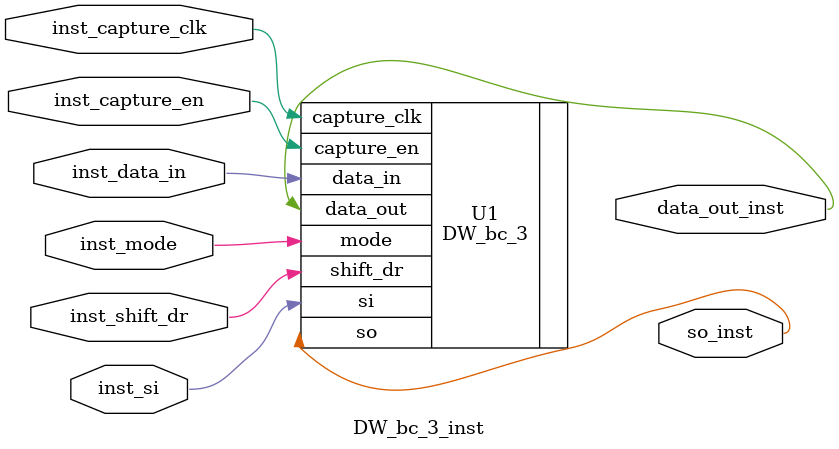
<source format=v>
module DW_bc_3_inst(inst_capture_clk, inst_capture_en, inst_shift_dr,
                    inst_mode, inst_si, inst_data_in, data_out_inst, 
                    so_inst );
  input inst_capture_clk;
  input inst_capture_en;
  input inst_shift_dr;
  input inst_mode;
  input inst_si;
  input inst_data_in;
  output data_out_inst;
  output so_inst;

  DW_bc_3 
    U1 (.capture_clk(inst_capture_clk),   .capture_en(inst_capture_en),
        .shift_dr(inst_shift_dr),   .mode(inst_mode),   .si(inst_si),
        .data_in(inst_data_in),   .data_out(data_out_inst),   .so(so_inst) );
endmodule


</source>
